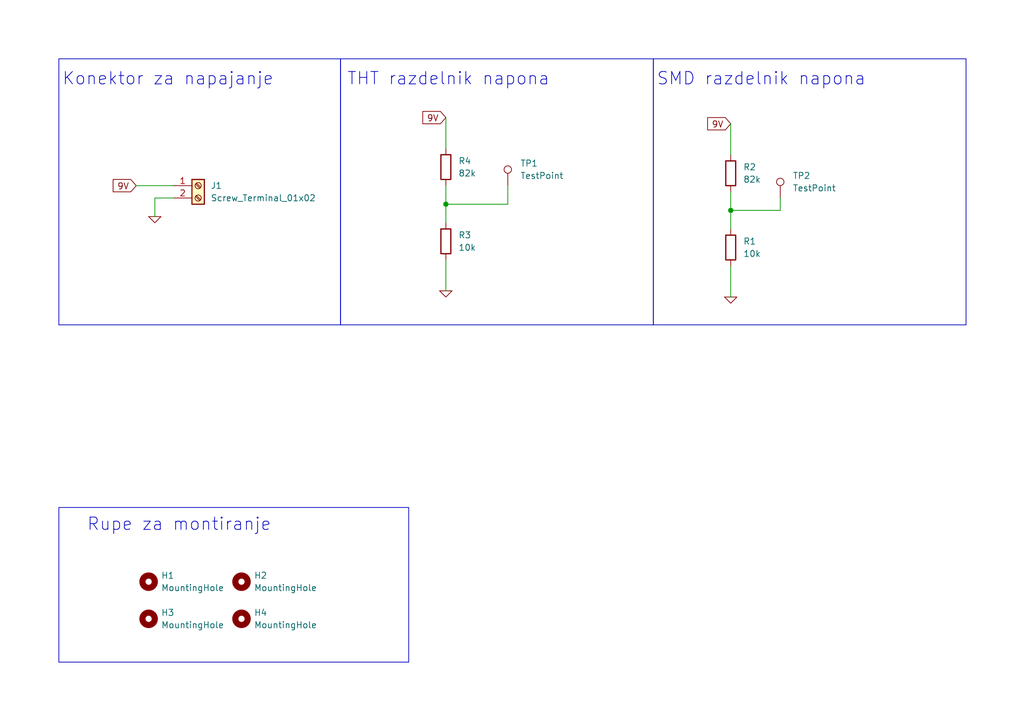
<source format=kicad_sch>
(kicad_sch
	(version 20250114)
	(generator "eeschema")
	(generator_version "9.0")
	(uuid "4bec5ddf-adbf-41fb-a069-c7630bb0044a")
	(paper "A5")
	(title_block
		(title "Razdelnik napona")
		(rev "v1")
	)
	(lib_symbols
		(symbol "Connector:Screw_Terminal_01x02"
			(pin_names
				(offset 1.016)
				(hide yes)
			)
			(exclude_from_sim no)
			(in_bom yes)
			(on_board yes)
			(property "Reference" "J"
				(at 0 2.54 0)
				(effects
					(font
						(size 1.27 1.27)
					)
				)
			)
			(property "Value" "Screw_Terminal_01x02"
				(at 0 -5.08 0)
				(effects
					(font
						(size 1.27 1.27)
					)
				)
			)
			(property "Footprint" ""
				(at 0 0 0)
				(effects
					(font
						(size 1.27 1.27)
					)
					(hide yes)
				)
			)
			(property "Datasheet" "~"
				(at 0 0 0)
				(effects
					(font
						(size 1.27 1.27)
					)
					(hide yes)
				)
			)
			(property "Description" "Generic screw terminal, single row, 01x02, script generated (kicad-library-utils/schlib/autogen/connector/)"
				(at 0 0 0)
				(effects
					(font
						(size 1.27 1.27)
					)
					(hide yes)
				)
			)
			(property "ki_keywords" "screw terminal"
				(at 0 0 0)
				(effects
					(font
						(size 1.27 1.27)
					)
					(hide yes)
				)
			)
			(property "ki_fp_filters" "TerminalBlock*:*"
				(at 0 0 0)
				(effects
					(font
						(size 1.27 1.27)
					)
					(hide yes)
				)
			)
			(symbol "Screw_Terminal_01x02_1_1"
				(rectangle
					(start -1.27 1.27)
					(end 1.27 -3.81)
					(stroke
						(width 0.254)
						(type default)
					)
					(fill
						(type background)
					)
				)
				(polyline
					(pts
						(xy -0.5334 0.3302) (xy 0.3302 -0.508)
					)
					(stroke
						(width 0.1524)
						(type default)
					)
					(fill
						(type none)
					)
				)
				(polyline
					(pts
						(xy -0.5334 -2.2098) (xy 0.3302 -3.048)
					)
					(stroke
						(width 0.1524)
						(type default)
					)
					(fill
						(type none)
					)
				)
				(polyline
					(pts
						(xy -0.3556 0.508) (xy 0.508 -0.3302)
					)
					(stroke
						(width 0.1524)
						(type default)
					)
					(fill
						(type none)
					)
				)
				(polyline
					(pts
						(xy -0.3556 -2.032) (xy 0.508 -2.8702)
					)
					(stroke
						(width 0.1524)
						(type default)
					)
					(fill
						(type none)
					)
				)
				(circle
					(center 0 0)
					(radius 0.635)
					(stroke
						(width 0.1524)
						(type default)
					)
					(fill
						(type none)
					)
				)
				(circle
					(center 0 -2.54)
					(radius 0.635)
					(stroke
						(width 0.1524)
						(type default)
					)
					(fill
						(type none)
					)
				)
				(pin passive line
					(at -5.08 0 0)
					(length 3.81)
					(name "Pin_1"
						(effects
							(font
								(size 1.27 1.27)
							)
						)
					)
					(number "1"
						(effects
							(font
								(size 1.27 1.27)
							)
						)
					)
				)
				(pin passive line
					(at -5.08 -2.54 0)
					(length 3.81)
					(name "Pin_2"
						(effects
							(font
								(size 1.27 1.27)
							)
						)
					)
					(number "2"
						(effects
							(font
								(size 1.27 1.27)
							)
						)
					)
				)
			)
			(embedded_fonts no)
		)
		(symbol "Connector:TestPoint"
			(pin_numbers
				(hide yes)
			)
			(pin_names
				(offset 0.762)
				(hide yes)
			)
			(exclude_from_sim no)
			(in_bom yes)
			(on_board yes)
			(property "Reference" "TP"
				(at 0 6.858 0)
				(effects
					(font
						(size 1.27 1.27)
					)
				)
			)
			(property "Value" "TestPoint"
				(at 0 5.08 0)
				(effects
					(font
						(size 1.27 1.27)
					)
				)
			)
			(property "Footprint" ""
				(at 5.08 0 0)
				(effects
					(font
						(size 1.27 1.27)
					)
					(hide yes)
				)
			)
			(property "Datasheet" "~"
				(at 5.08 0 0)
				(effects
					(font
						(size 1.27 1.27)
					)
					(hide yes)
				)
			)
			(property "Description" "test point"
				(at 0 0 0)
				(effects
					(font
						(size 1.27 1.27)
					)
					(hide yes)
				)
			)
			(property "ki_keywords" "test point tp"
				(at 0 0 0)
				(effects
					(font
						(size 1.27 1.27)
					)
					(hide yes)
				)
			)
			(property "ki_fp_filters" "Pin* Test*"
				(at 0 0 0)
				(effects
					(font
						(size 1.27 1.27)
					)
					(hide yes)
				)
			)
			(symbol "TestPoint_0_1"
				(circle
					(center 0 3.302)
					(radius 0.762)
					(stroke
						(width 0)
						(type default)
					)
					(fill
						(type none)
					)
				)
			)
			(symbol "TestPoint_1_1"
				(pin passive line
					(at 0 0 90)
					(length 2.54)
					(name "1"
						(effects
							(font
								(size 1.27 1.27)
							)
						)
					)
					(number "1"
						(effects
							(font
								(size 1.27 1.27)
							)
						)
					)
				)
			)
			(embedded_fonts no)
		)
		(symbol "Device:R"
			(pin_numbers
				(hide yes)
			)
			(pin_names
				(offset 0)
			)
			(exclude_from_sim no)
			(in_bom yes)
			(on_board yes)
			(property "Reference" "R"
				(at 2.032 0 90)
				(effects
					(font
						(size 1.27 1.27)
					)
				)
			)
			(property "Value" "R"
				(at 0 0 90)
				(effects
					(font
						(size 1.27 1.27)
					)
				)
			)
			(property "Footprint" ""
				(at -1.778 0 90)
				(effects
					(font
						(size 1.27 1.27)
					)
					(hide yes)
				)
			)
			(property "Datasheet" "~"
				(at 0 0 0)
				(effects
					(font
						(size 1.27 1.27)
					)
					(hide yes)
				)
			)
			(property "Description" "Resistor"
				(at 0 0 0)
				(effects
					(font
						(size 1.27 1.27)
					)
					(hide yes)
				)
			)
			(property "ki_keywords" "R res resistor"
				(at 0 0 0)
				(effects
					(font
						(size 1.27 1.27)
					)
					(hide yes)
				)
			)
			(property "ki_fp_filters" "R_*"
				(at 0 0 0)
				(effects
					(font
						(size 1.27 1.27)
					)
					(hide yes)
				)
			)
			(symbol "R_0_1"
				(rectangle
					(start -1.016 -2.54)
					(end 1.016 2.54)
					(stroke
						(width 0.254)
						(type default)
					)
					(fill
						(type none)
					)
				)
			)
			(symbol "R_1_1"
				(pin passive line
					(at 0 3.81 270)
					(length 1.27)
					(name "~"
						(effects
							(font
								(size 1.27 1.27)
							)
						)
					)
					(number "1"
						(effects
							(font
								(size 1.27 1.27)
							)
						)
					)
				)
				(pin passive line
					(at 0 -3.81 90)
					(length 1.27)
					(name "~"
						(effects
							(font
								(size 1.27 1.27)
							)
						)
					)
					(number "2"
						(effects
							(font
								(size 1.27 1.27)
							)
						)
					)
				)
			)
			(embedded_fonts no)
		)
		(symbol "Mechanical:MountingHole"
			(pin_names
				(offset 1.016)
			)
			(exclude_from_sim no)
			(in_bom yes)
			(on_board yes)
			(property "Reference" "H"
				(at 0 5.08 0)
				(effects
					(font
						(size 1.27 1.27)
					)
				)
			)
			(property "Value" "MountingHole"
				(at 0 3.175 0)
				(effects
					(font
						(size 1.27 1.27)
					)
				)
			)
			(property "Footprint" ""
				(at 0 0 0)
				(effects
					(font
						(size 1.27 1.27)
					)
					(hide yes)
				)
			)
			(property "Datasheet" "~"
				(at 0 0 0)
				(effects
					(font
						(size 1.27 1.27)
					)
					(hide yes)
				)
			)
			(property "Description" "Mounting Hole without connection"
				(at 0 0 0)
				(effects
					(font
						(size 1.27 1.27)
					)
					(hide yes)
				)
			)
			(property "ki_keywords" "mounting hole"
				(at 0 0 0)
				(effects
					(font
						(size 1.27 1.27)
					)
					(hide yes)
				)
			)
			(property "ki_fp_filters" "MountingHole*"
				(at 0 0 0)
				(effects
					(font
						(size 1.27 1.27)
					)
					(hide yes)
				)
			)
			(symbol "MountingHole_0_1"
				(circle
					(center 0 0)
					(radius 1.27)
					(stroke
						(width 1.27)
						(type default)
					)
					(fill
						(type none)
					)
				)
			)
			(embedded_fonts no)
		)
		(symbol "Simulation_SPICE:0"
			(power)
			(pin_names
				(offset 0)
			)
			(exclude_from_sim no)
			(in_bom yes)
			(on_board yes)
			(property "Reference" "#GND"
				(at 0 -2.54 0)
				(effects
					(font
						(size 1.27 1.27)
					)
					(hide yes)
				)
			)
			(property "Value" "0"
				(at 0 -1.778 0)
				(effects
					(font
						(size 1.27 1.27)
					)
				)
			)
			(property "Footprint" ""
				(at 0 0 0)
				(effects
					(font
						(size 1.27 1.27)
					)
					(hide yes)
				)
			)
			(property "Datasheet" "~"
				(at 0 0 0)
				(effects
					(font
						(size 1.27 1.27)
					)
					(hide yes)
				)
			)
			(property "Description" "0V reference potential for simulation"
				(at 0 0 0)
				(effects
					(font
						(size 1.27 1.27)
					)
					(hide yes)
				)
			)
			(property "ki_keywords" "simulation"
				(at 0 0 0)
				(effects
					(font
						(size 1.27 1.27)
					)
					(hide yes)
				)
			)
			(symbol "0_0_1"
				(polyline
					(pts
						(xy -1.27 0) (xy 0 -1.27) (xy 1.27 0) (xy -1.27 0)
					)
					(stroke
						(width 0)
						(type default)
					)
					(fill
						(type none)
					)
				)
			)
			(symbol "0_1_1"
				(pin power_in line
					(at 0 0 0)
					(length 0)
					(hide yes)
					(name "0"
						(effects
							(font
								(size 1.016 1.016)
							)
						)
					)
					(number "1"
						(effects
							(font
								(size 1.016 1.016)
							)
						)
					)
				)
			)
			(embedded_fonts no)
		)
	)
	(rectangle
		(start 12.065 12.065)
		(end 69.85 66.675)
		(stroke
			(width 0)
			(type default)
		)
		(fill
			(type none)
		)
		(uuid 38749e43-3110-4f59-8ac6-76775dd37de5)
	)
	(rectangle
		(start 12.065 104.14)
		(end 83.82 135.89)
		(stroke
			(width 0)
			(type default)
		)
		(fill
			(type none)
		)
		(uuid 81b9c5dc-703e-43b5-ad34-0becdc64748b)
	)
	(rectangle
		(start 69.85 12.065)
		(end 133.985 66.675)
		(stroke
			(width 0)
			(type default)
		)
		(fill
			(type none)
		)
		(uuid bb8bf397-fe9e-4f27-83cf-da3cfbf8f5c0)
	)
	(rectangle
		(start 133.985 12.065)
		(end 198.12 66.675)
		(stroke
			(width 0)
			(type default)
		)
		(fill
			(type none)
		)
		(uuid ec24c707-78fb-490c-be87-1a03f61a0860)
	)
	(text "SMD razdelnik napona\n"
		(exclude_from_sim no)
		(at 134.62 17.78 0)
		(effects
			(font
				(size 2.54 2.54)
			)
			(justify left bottom)
		)
		(uuid "054dde91-a216-4642-8850-8ca32e1eef67")
	)
	(text "Rupe za montiranje\n"
		(exclude_from_sim no)
		(at 17.78 109.22 0)
		(effects
			(font
				(size 2.54 2.54)
			)
			(justify left bottom)
		)
		(uuid "2a4bf67d-83bf-4c30-a6e3-5f60222c600a")
	)
	(text "Konektor za napajanje"
		(exclude_from_sim no)
		(at 12.7 17.78 0)
		(effects
			(font
				(size 2.54 2.54)
			)
			(justify left bottom)
		)
		(uuid "7adc5d2b-b8ad-46b4-be92-74dfb29a0d16")
	)
	(text "THT razdelnik napona\n"
		(exclude_from_sim no)
		(at 71.12 17.78 0)
		(effects
			(font
				(size 2.54 2.54)
			)
			(justify left bottom)
		)
		(uuid "a0f6d9b0-5a3e-47ab-948b-323d2eea09f2")
	)
	(junction
		(at 149.86 43.18)
		(diameter 0)
		(color 0 0 0 0)
		(uuid "62da921e-1223-4d88-96a9-be71b59fcf52")
	)
	(junction
		(at 91.44 41.91)
		(diameter 0)
		(color 0 0 0 0)
		(uuid "a1cc63ee-3f53-4561-92fd-23ce3c1d4e00")
	)
	(wire
		(pts
			(xy 31.75 40.64) (xy 35.56 40.64)
		)
		(stroke
			(width 0)
			(type default)
		)
		(uuid "1e5d4251-064b-45dc-871d-41dd0743c270")
	)
	(wire
		(pts
			(xy 91.44 59.69) (xy 91.44 53.34)
		)
		(stroke
			(width 0)
			(type default)
		)
		(uuid "2e098b6a-9625-4d67-89af-55c017595364")
	)
	(wire
		(pts
			(xy 104.14 41.91) (xy 91.44 41.91)
		)
		(stroke
			(width 0)
			(type default)
		)
		(uuid "3d12a543-417b-405c-9c42-a31a5b59a3fd")
	)
	(wire
		(pts
			(xy 35.56 38.1) (xy 27.94 38.1)
		)
		(stroke
			(width 0)
			(type default)
		)
		(uuid "5ee097a4-201c-4fc3-b7b3-1c647e24d67b")
	)
	(wire
		(pts
			(xy 149.86 43.18) (xy 149.86 46.99)
		)
		(stroke
			(width 0)
			(type default)
		)
		(uuid "5f728550-41fc-477c-ab2c-007224583eb5")
	)
	(wire
		(pts
			(xy 31.75 40.64) (xy 31.75 44.45)
		)
		(stroke
			(width 0)
			(type default)
		)
		(uuid "654194b6-c984-4ad6-b388-8ac8aa8f331f")
	)
	(wire
		(pts
			(xy 149.86 25.4) (xy 149.86 31.75)
		)
		(stroke
			(width 0)
			(type default)
		)
		(uuid "6889fab5-4d3e-4d9c-a766-a1ec7c478704")
	)
	(wire
		(pts
			(xy 91.44 38.1) (xy 91.44 41.91)
		)
		(stroke
			(width 0)
			(type default)
		)
		(uuid "695dcc46-53f5-4927-84a0-d22ea12d4afb")
	)
	(wire
		(pts
			(xy 160.02 43.18) (xy 160.02 40.64)
		)
		(stroke
			(width 0)
			(type default)
		)
		(uuid "722e31b6-b307-4b22-a160-15b8f1cac7da")
	)
	(wire
		(pts
			(xy 104.14 38.1) (xy 104.14 41.91)
		)
		(stroke
			(width 0)
			(type default)
		)
		(uuid "afe2c8e7-058f-412c-b14c-424ab9692254")
	)
	(wire
		(pts
			(xy 149.86 60.96) (xy 149.86 54.61)
		)
		(stroke
			(width 0)
			(type default)
		)
		(uuid "b3619b08-123f-417a-b4e5-390ed824ed52")
	)
	(wire
		(pts
			(xy 91.44 24.13) (xy 91.44 30.48)
		)
		(stroke
			(width 0)
			(type default)
		)
		(uuid "b76d8e72-3b38-45f6-a168-9bf785d9c53d")
	)
	(wire
		(pts
			(xy 91.44 41.91) (xy 91.44 45.72)
		)
		(stroke
			(width 0)
			(type default)
		)
		(uuid "c14e2e2f-7942-44d6-adb0-01a03ccf646e")
	)
	(wire
		(pts
			(xy 149.86 39.37) (xy 149.86 43.18)
		)
		(stroke
			(width 0)
			(type default)
		)
		(uuid "c8e533c4-d6ac-4332-9710-af11af732d18")
	)
	(wire
		(pts
			(xy 149.86 43.18) (xy 160.02 43.18)
		)
		(stroke
			(width 0)
			(type default)
		)
		(uuid "f5c48402-6d3c-480f-b57b-ab8740868dc4")
	)
	(global_label "9V"
		(shape input)
		(at 91.44 24.13 180)
		(fields_autoplaced yes)
		(effects
			(font
				(size 1.27 1.27)
			)
			(justify right)
		)
		(uuid "009c3c26-bbc7-4a81-adfb-b17a46a7c7eb")
		(property "Intersheetrefs" "${INTERSHEET_REFS}"
			(at 86.1567 24.13 0)
			(effects
				(font
					(size 1.27 1.27)
				)
				(justify right)
				(hide yes)
			)
		)
	)
	(global_label "9V"
		(shape input)
		(at 149.86 25.4 180)
		(fields_autoplaced yes)
		(effects
			(font
				(size 1.27 1.27)
			)
			(justify right)
		)
		(uuid "7097c59a-3bd8-43f8-ab95-0957785980c6")
		(property "Intersheetrefs" "${INTERSHEET_REFS}"
			(at 144.5767 25.4 0)
			(effects
				(font
					(size 1.27 1.27)
				)
				(justify right)
				(hide yes)
			)
		)
	)
	(global_label "9V"
		(shape input)
		(at 27.94 38.1 180)
		(fields_autoplaced yes)
		(effects
			(font
				(size 1.27 1.27)
			)
			(justify right)
		)
		(uuid "f557f870-6070-47b0-86b6-441073acc03c")
		(property "Intersheetrefs" "${INTERSHEET_REFS}"
			(at 22.6567 38.1 0)
			(effects
				(font
					(size 1.27 1.27)
				)
				(justify right)
				(hide yes)
			)
		)
	)
	(symbol
		(lib_id "Mechanical:MountingHole")
		(at 30.48 127 0)
		(unit 1)
		(exclude_from_sim no)
		(in_bom yes)
		(on_board yes)
		(dnp no)
		(fields_autoplaced yes)
		(uuid "0c3764e9-1df8-4553-89ea-56bfbfbc7b81")
		(property "Reference" "H3"
			(at 33.02 125.73 0)
			(effects
				(font
					(size 1.27 1.27)
				)
				(justify left)
			)
		)
		(property "Value" "MountingHole"
			(at 33.02 128.27 0)
			(effects
				(font
					(size 1.27 1.27)
				)
				(justify left)
			)
		)
		(property "Footprint" "MountingHole:MountingHole_3.2mm_M3_ISO14580_Pad_TopBottom"
			(at 30.48 127 0)
			(effects
				(font
					(size 1.27 1.27)
				)
				(hide yes)
			)
		)
		(property "Datasheet" "~"
			(at 30.48 127 0)
			(effects
				(font
					(size 1.27 1.27)
				)
				(hide yes)
			)
		)
		(property "Description" ""
			(at 30.48 127 0)
			(effects
				(font
					(size 1.27 1.27)
				)
				(hide yes)
			)
		)
		(instances
			(project "001_naponski_razdelnik"
				(path "/4bec5ddf-adbf-41fb-a069-c7630bb0044a"
					(reference "H3")
					(unit 1)
				)
			)
		)
	)
	(symbol
		(lib_id "Simulation_SPICE:0")
		(at 149.86 60.96 0)
		(unit 1)
		(exclude_from_sim no)
		(in_bom yes)
		(on_board yes)
		(dnp no)
		(fields_autoplaced yes)
		(uuid "13556bd4-965f-4666-a2e9-4646a69c66d5")
		(property "Reference" "#GND02"
			(at 149.86 63.5 0)
			(effects
				(font
					(size 1.27 1.27)
				)
				(hide yes)
			)
		)
		(property "Value" "0"
			(at 149.86 58.42 0)
			(effects
				(font
					(size 1.27 1.27)
				)
				(hide yes)
			)
		)
		(property "Footprint" ""
			(at 149.86 60.96 0)
			(effects
				(font
					(size 1.27 1.27)
				)
				(hide yes)
			)
		)
		(property "Datasheet" "~"
			(at 149.86 60.96 0)
			(effects
				(font
					(size 1.27 1.27)
				)
				(hide yes)
			)
		)
		(property "Description" ""
			(at 149.86 60.96 0)
			(effects
				(font
					(size 1.27 1.27)
				)
				(hide yes)
			)
		)
		(pin "1"
			(uuid "0bf5b3a6-1573-4e4e-b5f4-7310ce6eaea0")
		)
		(instances
			(project "001_naponski_razdelnik"
				(path "/4bec5ddf-adbf-41fb-a069-c7630bb0044a"
					(reference "#GND02")
					(unit 1)
				)
			)
		)
	)
	(symbol
		(lib_id "Device:R")
		(at 149.86 35.56 0)
		(unit 1)
		(exclude_from_sim no)
		(in_bom yes)
		(on_board yes)
		(dnp no)
		(fields_autoplaced yes)
		(uuid "1953542e-212a-4831-a35c-6aa8dca24f58")
		(property "Reference" "R2"
			(at 152.4 34.2899 0)
			(effects
				(font
					(size 1.27 1.27)
				)
				(justify left)
			)
		)
		(property "Value" "82k"
			(at 152.4 36.8299 0)
			(effects
				(font
					(size 1.27 1.27)
				)
				(justify left)
			)
		)
		(property "Footprint" "Resistor_SMD:R_1206_3216Metric_Pad1.30x1.75mm_HandSolder"
			(at 148.082 35.56 90)
			(effects
				(font
					(size 1.27 1.27)
				)
				(hide yes)
			)
		)
		(property "Datasheet" "https://www.lcsc.com/datasheet/lcsc_datasheet_2206010145_UNI-ROYAL-Uniroyal-Elec-1206W4F8202T5E_C17979.pdf"
			(at 149.86 35.56 0)
			(effects
				(font
					(size 1.27 1.27)
				)
				(hide yes)
			)
		)
		(property "Description" ""
			(at 149.86 35.56 0)
			(effects
				(font
					(size 1.27 1.27)
				)
				(hide yes)
			)
		)
		(property "LCSC" "C17979"
			(at 149.86 35.56 0)
			(effects
				(font
					(size 1.27 1.27)
				)
				(hide yes)
			)
		)
		(property "JLCPCB Footprint" "1206"
			(at 149.86 35.56 0)
			(effects
				(font
					(size 1.27 1.27)
				)
				(hide yes)
			)
		)
		(pin "1"
			(uuid "00d4672e-8960-4ae4-a2a6-729292696d53")
		)
		(pin "2"
			(uuid "92a56ba7-ca1f-4d97-91b8-79ee182e5cba")
		)
		(instances
			(project "001_naponski_razdelnik"
				(path "/4bec5ddf-adbf-41fb-a069-c7630bb0044a"
					(reference "R2")
					(unit 1)
				)
			)
		)
	)
	(symbol
		(lib_id "Connector:TestPoint")
		(at 104.14 38.1 0)
		(unit 1)
		(exclude_from_sim no)
		(in_bom yes)
		(on_board yes)
		(dnp no)
		(fields_autoplaced yes)
		(uuid "1c9043ec-2806-4572-944f-dee132113a74")
		(property "Reference" "TP1"
			(at 106.68 33.528 0)
			(effects
				(font
					(size 1.27 1.27)
				)
				(justify left)
			)
		)
		(property "Value" "TestPoint"
			(at 106.68 36.068 0)
			(effects
				(font
					(size 1.27 1.27)
				)
				(justify left)
			)
		)
		(property "Footprint" "TestPoint:TestPoint_Pad_D2.5mm"
			(at 109.22 38.1 0)
			(effects
				(font
					(size 1.27 1.27)
				)
				(hide yes)
			)
		)
		(property "Datasheet" "~"
			(at 109.22 38.1 0)
			(effects
				(font
					(size 1.27 1.27)
				)
				(hide yes)
			)
		)
		(property "Description" ""
			(at 104.14 38.1 0)
			(effects
				(font
					(size 1.27 1.27)
				)
				(hide yes)
			)
		)
		(pin "1"
			(uuid "5ba254f9-fd3e-41bc-86a4-bfcfadb2d500")
		)
		(instances
			(project "001_naponski_razdelnik"
				(path "/4bec5ddf-adbf-41fb-a069-c7630bb0044a"
					(reference "TP1")
					(unit 1)
				)
			)
		)
	)
	(symbol
		(lib_id "Device:R")
		(at 91.44 49.53 0)
		(unit 1)
		(exclude_from_sim no)
		(in_bom yes)
		(on_board yes)
		(dnp no)
		(fields_autoplaced yes)
		(uuid "43910248-d1e5-4e1f-8aca-f22550411473")
		(property "Reference" "R3"
			(at 93.98 48.26 0)
			(effects
				(font
					(size 1.27 1.27)
				)
				(justify left)
			)
		)
		(property "Value" "10k"
			(at 93.98 50.8 0)
			(effects
				(font
					(size 1.27 1.27)
				)
				(justify left)
			)
		)
		(property "Footprint" "Resistor_THT:R_Axial_DIN0207_L6.3mm_D2.5mm_P15.24mm_Horizontal"
			(at 89.662 49.53 90)
			(effects
				(font
					(size 1.27 1.27)
				)
				(hide yes)
			)
		)
		(property "Datasheet" "https://www.lcsc.com/datasheet/lcsc_datasheet_2304140030_TyoHM-RN1-4W10KFT-BA1_C410695.pdf"
			(at 91.44 49.53 0)
			(effects
				(font
					(size 1.27 1.27)
				)
				(hide yes)
			)
		)
		(property "Description" ""
			(at 91.44 49.53 0)
			(effects
				(font
					(size 1.27 1.27)
				)
				(hide yes)
			)
		)
		(property "LCSC" "C410695"
			(at 91.44 49.53 0)
			(effects
				(font
					(size 1.27 1.27)
				)
				(hide yes)
			)
		)
		(property "JLCPCB Footprint" "THT"
			(at 91.44 49.53 0)
			(effects
				(font
					(size 1.27 1.27)
				)
				(hide yes)
			)
		)
		(pin "1"
			(uuid "865c795f-4d6b-437f-a459-9168bf9358ca")
		)
		(pin "2"
			(uuid "40461c39-e900-442c-a4a6-4d191e293c4a")
		)
		(instances
			(project "001_naponski_razdelnik"
				(path "/4bec5ddf-adbf-41fb-a069-c7630bb0044a"
					(reference "R3")
					(unit 1)
				)
			)
		)
	)
	(symbol
		(lib_id "Connector:Screw_Terminal_01x02")
		(at 40.64 38.1 0)
		(unit 1)
		(exclude_from_sim no)
		(in_bom yes)
		(on_board yes)
		(dnp no)
		(uuid "45364a6e-544b-4694-81d4-74b98dc02c1e")
		(property "Reference" "J1"
			(at 43.18 38.1 0)
			(effects
				(font
					(size 1.27 1.27)
				)
				(justify left)
			)
		)
		(property "Value" "Screw_Terminal_01x02"
			(at 43.18 40.64 0)
			(effects
				(font
					(size 1.27 1.27)
				)
				(justify left)
			)
		)
		(property "Footprint" "TerminalBlock_Phoenix:TerminalBlock_Phoenix_MKDS-1,5-2-5.08_1x02_P5.08mm_Horizontal"
			(at 40.64 38.1 0)
			(effects
				(font
					(size 1.27 1.27)
				)
				(hide yes)
			)
		)
		(property "Datasheet" "https://wmsc.lcsc.com/wmsc/upload/file/pdf/v2/lcsc/2301061230_DORABO-DB127V-5-08-2P-GN-S_C3018698.pdf"
			(at 40.64 38.1 0)
			(effects
				(font
					(size 1.27 1.27)
				)
				(hide yes)
			)
		)
		(property "Description" ""
			(at 40.64 38.1 0)
			(effects
				(font
					(size 1.27 1.27)
				)
				(hide yes)
			)
		)
		(property "LCSC" "C3018698"
			(at 40.64 38.1 0)
			(effects
				(font
					(size 1.27 1.27)
				)
				(hide yes)
			)
		)
		(property "JLCPCB Footprint" "THT"
			(at 40.64 38.1 0)
			(effects
				(font
					(size 1.27 1.27)
				)
				(hide yes)
			)
		)
		(pin "1"
			(uuid "47170e2e-fb57-4092-8466-8b037f490e80")
		)
		(pin "2"
			(uuid "a2ae4514-8540-4a08-baf5-eaa275955b29")
		)
		(instances
			(project "001_naponski_razdelnik"
				(path "/4bec5ddf-adbf-41fb-a069-c7630bb0044a"
					(reference "J1")
					(unit 1)
				)
			)
		)
	)
	(symbol
		(lib_id "Connector:TestPoint")
		(at 160.02 40.64 0)
		(unit 1)
		(exclude_from_sim no)
		(in_bom yes)
		(on_board yes)
		(dnp no)
		(fields_autoplaced yes)
		(uuid "4cd42762-8e13-4308-9d42-1c268c018d51")
		(property "Reference" "TP2"
			(at 162.56 36.068 0)
			(effects
				(font
					(size 1.27 1.27)
				)
				(justify left)
			)
		)
		(property "Value" "TestPoint"
			(at 162.56 38.608 0)
			(effects
				(font
					(size 1.27 1.27)
				)
				(justify left)
			)
		)
		(property "Footprint" "TestPoint:TestPoint_Pad_D2.5mm"
			(at 165.1 40.64 0)
			(effects
				(font
					(size 1.27 1.27)
				)
				(hide yes)
			)
		)
		(property "Datasheet" "~"
			(at 165.1 40.64 0)
			(effects
				(font
					(size 1.27 1.27)
				)
				(hide yes)
			)
		)
		(property "Description" ""
			(at 160.02 40.64 0)
			(effects
				(font
					(size 1.27 1.27)
				)
				(hide yes)
			)
		)
		(pin "1"
			(uuid "a8e2f532-0fa2-432d-9f7f-31d384e87318")
		)
		(instances
			(project "001_naponski_razdelnik"
				(path "/4bec5ddf-adbf-41fb-a069-c7630bb0044a"
					(reference "TP2")
					(unit 1)
				)
			)
		)
	)
	(symbol
		(lib_id "Mechanical:MountingHole")
		(at 49.53 119.38 0)
		(unit 1)
		(exclude_from_sim no)
		(in_bom yes)
		(on_board yes)
		(dnp no)
		(fields_autoplaced yes)
		(uuid "7380b1a0-f8b2-466b-b83a-f01ec9a63e25")
		(property "Reference" "H2"
			(at 52.07 118.11 0)
			(effects
				(font
					(size 1.27 1.27)
				)
				(justify left)
			)
		)
		(property "Value" "MountingHole"
			(at 52.07 120.65 0)
			(effects
				(font
					(size 1.27 1.27)
				)
				(justify left)
			)
		)
		(property "Footprint" "MountingHole:MountingHole_3.2mm_M3_ISO14580_Pad_TopBottom"
			(at 49.53 119.38 0)
			(effects
				(font
					(size 1.27 1.27)
				)
				(hide yes)
			)
		)
		(property "Datasheet" "~"
			(at 49.53 119.38 0)
			(effects
				(font
					(size 1.27 1.27)
				)
				(hide yes)
			)
		)
		(property "Description" ""
			(at 49.53 119.38 0)
			(effects
				(font
					(size 1.27 1.27)
				)
				(hide yes)
			)
		)
		(instances
			(project "001_naponski_razdelnik"
				(path "/4bec5ddf-adbf-41fb-a069-c7630bb0044a"
					(reference "H2")
					(unit 1)
				)
			)
		)
	)
	(symbol
		(lib_id "Mechanical:MountingHole")
		(at 30.48 119.38 0)
		(unit 1)
		(exclude_from_sim no)
		(in_bom yes)
		(on_board yes)
		(dnp no)
		(fields_autoplaced yes)
		(uuid "89b32dda-3684-4232-b25f-42934ae80d4f")
		(property "Reference" "H1"
			(at 33.02 118.11 0)
			(effects
				(font
					(size 1.27 1.27)
				)
				(justify left)
			)
		)
		(property "Value" "MountingHole"
			(at 33.02 120.65 0)
			(effects
				(font
					(size 1.27 1.27)
				)
				(justify left)
			)
		)
		(property "Footprint" "MountingHole:MountingHole_3.2mm_M3_ISO14580_Pad_TopBottom"
			(at 30.48 119.38 0)
			(effects
				(font
					(size 1.27 1.27)
				)
				(hide yes)
			)
		)
		(property "Datasheet" "~"
			(at 30.48 119.38 0)
			(effects
				(font
					(size 1.27 1.27)
				)
				(hide yes)
			)
		)
		(property "Description" ""
			(at 30.48 119.38 0)
			(effects
				(font
					(size 1.27 1.27)
				)
				(hide yes)
			)
		)
		(instances
			(project "001_naponski_razdelnik"
				(path "/4bec5ddf-adbf-41fb-a069-c7630bb0044a"
					(reference "H1")
					(unit 1)
				)
			)
		)
	)
	(symbol
		(lib_id "Device:R")
		(at 149.86 50.8 0)
		(unit 1)
		(exclude_from_sim no)
		(in_bom yes)
		(on_board yes)
		(dnp no)
		(uuid "98593d6f-2bfb-4df4-af64-aa9e234246ac")
		(property "Reference" "R1"
			(at 152.4 49.53 0)
			(effects
				(font
					(size 1.27 1.27)
				)
				(justify left)
			)
		)
		(property "Value" "10k"
			(at 152.4 52.07 0)
			(effects
				(font
					(size 1.27 1.27)
				)
				(justify left)
			)
		)
		(property "Footprint" "Resistor_SMD:R_1206_3216Metric_Pad1.30x1.75mm_HandSolder"
			(at 148.082 50.8 90)
			(effects
				(font
					(size 1.27 1.27)
				)
				(hide yes)
			)
		)
		(property "Datasheet" "https://jlcpcb.com/api/file/downloadByFileSystemAccessId/8579705876598476800"
			(at 149.86 50.8 0)
			(effects
				(font
					(size 1.27 1.27)
				)
				(hide yes)
			)
		)
		(property "Description" ""
			(at 149.86 50.8 0)
			(effects
				(font
					(size 1.27 1.27)
				)
				(hide yes)
			)
		)
		(property "LCSC" "C17902"
			(at 149.86 50.8 0)
			(effects
				(font
					(size 1.27 1.27)
				)
				(hide yes)
			)
		)
		(property "JLCPCB Footprint" "1206"
			(at 149.86 50.8 0)
			(effects
				(font
					(size 1.27 1.27)
				)
				(hide yes)
			)
		)
		(pin "1"
			(uuid "86863f3b-3cf2-40a5-bdbe-cdd5a5b5cb9e")
		)
		(pin "2"
			(uuid "e255f44e-c373-4196-98ec-f0ca75a7de40")
		)
		(instances
			(project "001_naponski_razdelnik"
				(path "/4bec5ddf-adbf-41fb-a069-c7630bb0044a"
					(reference "R1")
					(unit 1)
				)
			)
		)
	)
	(symbol
		(lib_id "Mechanical:MountingHole")
		(at 49.53 127 0)
		(unit 1)
		(exclude_from_sim no)
		(in_bom yes)
		(on_board yes)
		(dnp no)
		(fields_autoplaced yes)
		(uuid "a659e5e8-81b3-4c67-aafb-95f68da7b68f")
		(property "Reference" "H4"
			(at 52.07 125.73 0)
			(effects
				(font
					(size 1.27 1.27)
				)
				(justify left)
			)
		)
		(property "Value" "MountingHole"
			(at 52.07 128.27 0)
			(effects
				(font
					(size 1.27 1.27)
				)
				(justify left)
			)
		)
		(property "Footprint" "MountingHole:MountingHole_3.2mm_M3_ISO14580_Pad_TopBottom"
			(at 49.53 127 0)
			(effects
				(font
					(size 1.27 1.27)
				)
				(hide yes)
			)
		)
		(property "Datasheet" "~"
			(at 49.53 127 0)
			(effects
				(font
					(size 1.27 1.27)
				)
				(hide yes)
			)
		)
		(property "Description" ""
			(at 49.53 127 0)
			(effects
				(font
					(size 1.27 1.27)
				)
				(hide yes)
			)
		)
		(instances
			(project "001_naponski_razdelnik"
				(path "/4bec5ddf-adbf-41fb-a069-c7630bb0044a"
					(reference "H4")
					(unit 1)
				)
			)
		)
	)
	(symbol
		(lib_id "Simulation_SPICE:0")
		(at 91.44 59.69 0)
		(unit 1)
		(exclude_from_sim no)
		(in_bom yes)
		(on_board yes)
		(dnp no)
		(fields_autoplaced yes)
		(uuid "c2ece368-bfbe-4ed2-9b66-e5f8b1f3c184")
		(property "Reference" "#GND01"
			(at 91.44 62.23 0)
			(effects
				(font
					(size 1.27 1.27)
				)
				(hide yes)
			)
		)
		(property "Value" "0"
			(at 91.44 57.15 0)
			(effects
				(font
					(size 1.27 1.27)
				)
				(hide yes)
			)
		)
		(property "Footprint" ""
			(at 91.44 59.69 0)
			(effects
				(font
					(size 1.27 1.27)
				)
				(hide yes)
			)
		)
		(property "Datasheet" "~"
			(at 91.44 59.69 0)
			(effects
				(font
					(size 1.27 1.27)
				)
				(hide yes)
			)
		)
		(property "Description" ""
			(at 91.44 59.69 0)
			(effects
				(font
					(size 1.27 1.27)
				)
				(hide yes)
			)
		)
		(pin "1"
			(uuid "cb38ab3f-c8cb-4537-9186-559d1fa19546")
		)
		(instances
			(project "001_naponski_razdelnik"
				(path "/4bec5ddf-adbf-41fb-a069-c7630bb0044a"
					(reference "#GND01")
					(unit 1)
				)
			)
		)
	)
	(symbol
		(lib_id "Simulation_SPICE:0")
		(at 31.75 44.45 0)
		(unit 1)
		(exclude_from_sim no)
		(in_bom yes)
		(on_board yes)
		(dnp no)
		(fields_autoplaced yes)
		(uuid "f2ac4775-877a-4141-8907-ad233a8a7296")
		(property "Reference" "#GND03"
			(at 31.75 46.99 0)
			(effects
				(font
					(size 1.27 1.27)
				)
				(hide yes)
			)
		)
		(property "Value" "0"
			(at 31.75 41.91 0)
			(effects
				(font
					(size 1.27 1.27)
				)
				(hide yes)
			)
		)
		(property "Footprint" ""
			(at 31.75 44.45 0)
			(effects
				(font
					(size 1.27 1.27)
				)
				(hide yes)
			)
		)
		(property "Datasheet" "~"
			(at 31.75 44.45 0)
			(effects
				(font
					(size 1.27 1.27)
				)
				(hide yes)
			)
		)
		(property "Description" ""
			(at 31.75 44.45 0)
			(effects
				(font
					(size 1.27 1.27)
				)
				(hide yes)
			)
		)
		(pin "1"
			(uuid "c0e9d8dc-d3e0-4034-8596-7e482772d8d1")
		)
		(instances
			(project "001_naponski_razdelnik"
				(path "/4bec5ddf-adbf-41fb-a069-c7630bb0044a"
					(reference "#GND03")
					(unit 1)
				)
			)
		)
	)
	(symbol
		(lib_id "Device:R")
		(at 91.44 34.29 180)
		(unit 1)
		(exclude_from_sim no)
		(in_bom yes)
		(on_board yes)
		(dnp no)
		(fields_autoplaced yes)
		(uuid "fa8476f3-e2d6-4341-a6a5-9707c854dbee")
		(property "Reference" "R4"
			(at 93.98 33.0199 0)
			(effects
				(font
					(size 1.27 1.27)
				)
				(justify right)
			)
		)
		(property "Value" "82k"
			(at 93.98 35.5599 0)
			(effects
				(font
					(size 1.27 1.27)
				)
				(justify right)
			)
		)
		(property "Footprint" "Resistor_THT:R_Axial_DIN0207_L6.3mm_D2.5mm_P15.24mm_Horizontal"
			(at 93.218 34.29 90)
			(effects
				(font
					(size 1.27 1.27)
				)
				(hide yes)
			)
		)
		(property "Datasheet" "https://wmsc.lcsc.com/wmsc/upload/file/pdf/v2/lcsc/2304140030_VO-MF1-4W-82K-1--OT26_C601724.pdf"
			(at 91.44 34.29 0)
			(effects
				(font
					(size 1.27 1.27)
				)
				(hide yes)
			)
		)
		(property "Description" ""
			(at 91.44 34.29 0)
			(effects
				(font
					(size 1.27 1.27)
				)
				(hide yes)
			)
		)
		(property "LCSC" "C601724"
			(at 91.44 34.29 0)
			(effects
				(font
					(size 1.27 1.27)
				)
				(hide yes)
			)
		)
		(property "JLCPCB Footprint" "THT"
			(at 91.44 34.29 0)
			(effects
				(font
					(size 1.27 1.27)
				)
				(hide yes)
			)
		)
		(pin "1"
			(uuid "7bb17628-5640-4ff7-84f5-cc95fe714874")
		)
		(pin "2"
			(uuid "72a51310-3e60-401c-a97b-440e7ba0acc0")
		)
		(instances
			(project "001_naponski_razdelnik"
				(path "/4bec5ddf-adbf-41fb-a069-c7630bb0044a"
					(reference "R4")
					(unit 1)
				)
			)
		)
	)
	(sheet_instances
		(path "/"
			(page "1")
		)
	)
	(embedded_fonts no)
)

</source>
